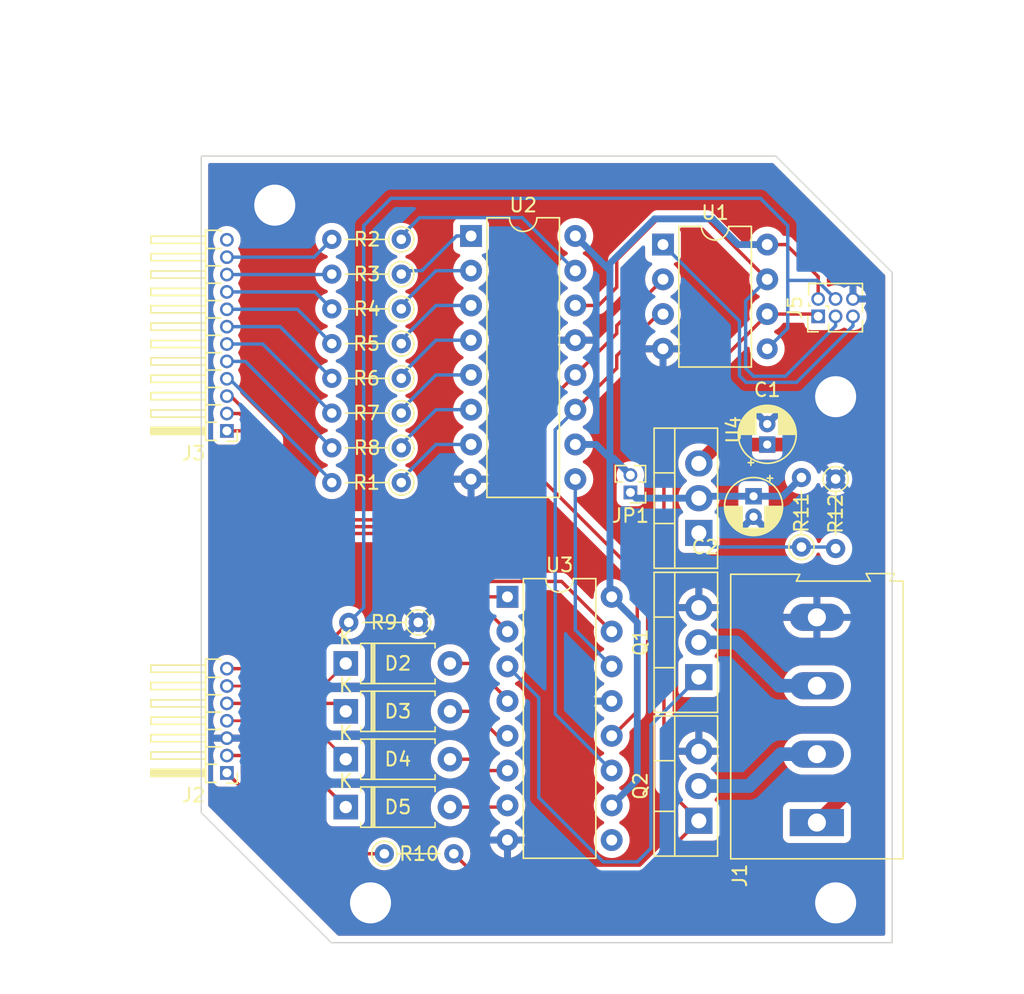
<source format=kicad_pcb>
(kicad_pcb (version 20211014) (generator pcbnew)
  (title_block (title "LightBox") (date "2022-09-30") (rev "0.1") (company "Viniltejo"))
  (layers (0 "F.Cu" signal) (31 "B.Cu" signal) (34 "B.Paste" user) (35 "F.Paste" user) (36 "B.SilkS" user "B.Silkscreen") (37 "F.SilkS" user "F.Silkscreen") (38 "B.Mask" user) (39 "F.Mask" user) (44 "Edge.Cuts" user))
  (net 0 "")
  (net 1 "Net-(U3-Pad4)")
  (net 2 "GND")
  (net 3 "Net-(R1-Pad1)")
  (net 4 "/Data")
  (net 5 "/Clk")
  (net 6 "/Rclk")
  (net 7 "+3V3")
  (net 8 "+12V")
  (net 9 "/E")
  (net 10 "/D")
  (net 11 "/Digit1")
  (net 12 "/C")
  (net 13 "/H")
  (net 14 "/B")
  (net 15 "/A")
  (net 16 "/F")
  (net 17 "/G")
  (net 18 "/Digit3")
  (net 19 "/QH'")
  (net 20 "/Digit2")
  (net 21 "/SW_Push_-")
  (net 22 "/SW_Push_RESET")
  (net 23 "/SW_Push_+")
  (net 24 "/SW_Push_START")
  (net 25 "Net-(R3-Pad1)")
  (net 26 "Net-(R4-Pad1)")
  (net 27 "Net-(R5-Pad1)")
  (net 28 "Net-(R6-Pad1)")
  (net 29 "Net-(R7-Pad1)")
  (net 30 "Net-(R8-Pad1)")
  (net 31 "/UVLeds")
  (net 32 "Net-(R2-Pad1)")
  (net 33 "Net-(C2-Pad1)")
  (net 34 "/Led")
  (net 35 "Net-(D3-Pad2)")
  (net 36 "Net-(D4-Pad2)")
  (net 37 "Net-(D5-Pad2)")
  (net 38 "Net-(R11-Pad1)")
  (net 39 "/UV_Led_Array")
  (net 41 "/RED_Led_Array")
  (net 42 "/ISP_RST")
  (net 43 "/Keypad")
  (net 44 "/REDLeds")
  (footprint "TerminalBlock:TerminalBlock_Altech_AK300-4_P5.00mm" (layer "F.Cu") (at 168.13 122.13 90)
    (fp_text reference "J1" (at -3.87 -5.63 90) (layer "F.SilkS"))
    (fp_text value "Screw_Terminal_01x04")
    (pad "1" thru_hole rect (at 0 0 90) (size 1.98 3.96) (drill 1.32) (layers *.Cu *.Mask) (net 8 "+12V"))
    (pad "2" thru_hole oval (at 5 0 90) (size 1.98 3.96) (drill 1.32) (layers *.Cu *.Mask) (net 39 "/UV_Led_Array"))
    (pad "3" thru_hole oval (at 10 0 90) (size 1.98 3.96) (drill 1.32) (layers *.Cu *.Mask) (net 41 "/RED_Led_Array"))
    (pad "4" thru_hole oval (at 15 0 90) (size 1.98 3.96) (drill 1.32) (layers *.Cu *.Mask) (net 2 "GND"))
  )
  (footprint "Package_TO_SOT_THT:TO-220-3_Vertical" (layer "F.Cu") (at 159.5 122 90)
    (fp_text reference "Q2" (at 2.54 -4.27 90) (layer "F.SilkS"))
    (fp_text value "IRF740")
    (pad "1" thru_hole rect (at 0 0 90) (size 1.905 2) (drill 1.1) (layers *.Cu *.Mask) (net 31 "/UVLeds"))
    (pad "2" thru_hole oval (at 2.54 0 90) (size 1.905 2) (drill 1.1) (layers *.Cu *.Mask) (net 39 "/UV_Led_Array"))
    (pad "3" thru_hole oval (at 5.08 0 90) (size 1.905 2) (drill 1.1) (layers *.Cu *.Mask) (net 2 "GND"))
  )
  (footprint "Diode_THT:D_A-405_P7.62mm_Horizontal" (layer "F.Cu") (at 133.69 121)
    (fp_text reference "D5" (at 3.81 0) (layer "F.SilkS"))
    (fp_text value "D")
    (fp_text user "K" (at 0 -1.9) (layer "F.SilkS"))
    (pad "1" thru_hole rect (at 0 0) (size 1.8 1.8) (drill 0.9) (layers *.Cu *.Mask) (net 24 "/SW_Push_START"))
    (pad "2" thru_hole oval (at 7.62 0) (size 1.8 1.8) (drill 0.9) (layers *.Cu *.Mask) (net 37 "Net-(D5-Pad2)"))
  )
  (footprint "Resistor_THT:R_Axial_DIN0204_L3.6mm_D1.6mm_P5.08mm_Vertical" (layer "F.Cu") (at 137.75 79.5 180)
    (fp_text reference "R2" (at 2.5 0) (layer "F.SilkS"))
    (fp_text value "470R" hide)
    (pad "1" thru_hole circle (at 0 0 180) (size 1.4 1.4) (drill 0.7) (layers *.Cu *.Mask) (net 32 "Net-(R2-Pad1)"))
    (pad "2" thru_hole oval (at 5.08 0 180) (size 1.4 1.4) (drill 0.7) (layers *.Cu *.Mask) (net 15 "/A"))
  )
  (footprint "Resistor_THT:R_Axial_DIN0204_L3.6mm_D1.6mm_P5.08mm_Vertical" (layer "F.Cu") (at 138.99 107.5 180)
    (fp_text reference "R9" (at 2.5 0) (layer "F.SilkS"))
    (fp_text value "1K")
    (pad "1" thru_hole circle (at 0 0 180) (size 1.4 1.4) (drill 0.7) (layers *.Cu *.Mask) (net 2 "GND"))
    (pad "2" thru_hole oval (at 5.08 0 180) (size 1.4 1.4) (drill 0.7) (layers *.Cu *.Mask) (net 43 "/Keypad"))
  )
  (footprint "Resistor_THT:R_Axial_DIN0204_L3.6mm_D1.6mm_P5.08mm_Vertical" (layer "F.Cu") (at 136.51 124.41)
    (fp_text reference "R10" (at 2.54 0) (layer "F.SilkS"))
    (fp_text value "470R" hide)
    (pad "1" thru_hole circle (at 0 0) (size 1.4 1.4) (drill 0.7) (layers *.Cu *.Mask) (net 34 "/Led"))
    (pad "2" thru_hole oval (at 5.08 0) (size 1.4 1.4) (drill 0.7) (layers *.Cu *.Mask) (net 31 "/UVLeds"))
  )
  (footprint "Diode_THT:D_A-405_P7.62mm_Horizontal" (layer "F.Cu") (at 133.69 114)
    (fp_text reference "D3" (at 3.81 0) (layer "F.SilkS"))
    (fp_text value "D")
    (fp_text user "K" (at 0 -1.9) (layer "F.SilkS"))
    (pad "1" thru_hole rect (at 0 0) (size 1.8 1.8) (drill 0.9) (layers *.Cu *.Mask) (net 22 "/SW_Push_RESET"))
    (pad "2" thru_hole oval (at 7.62 0) (size 1.8 1.8) (drill 0.9) (layers *.Cu *.Mask) (net 35 "Net-(D3-Pad2)"))
  )
  (footprint "Diode_THT:D_A-405_P7.62mm_Horizontal" (layer "F.Cu") (at 133.69 117.5)
    (fp_text reference "D4" (at 3.81 0) (layer "F.SilkS"))
    (fp_text value "D")
    (fp_text user "K" (at 0 -1.9) (layer "F.SilkS"))
    (pad "1" thru_hole rect (at 0 0) (size 1.8 1.8) (drill 0.9) (layers *.Cu *.Mask) (net 23 "/SW_Push_+"))
    (pad "2" thru_hole oval (at 7.62 0) (size 1.8 1.8) (drill 0.9) (layers *.Cu *.Mask) (net 36 "Net-(D4-Pad2)"))
  )
  (footprint "Package_DIP:DIP-16_W7.62mm" (layer "F.Cu") (at 142.85 79.25)
    (fp_text reference "U2" (at 3.81 -2.25) (layer "F.SilkS"))
    (fp_text value "74AHCT595")
    (pad "1" thru_hole rect (at 0 0) (size 1.6 1.6) (drill 0.8) (layers *.Cu *.Mask) (net 25 "Net-(R3-Pad1)"))
    (pad "2" thru_hole oval (at 0 2.54) (size 1.6 1.6) (drill 0.8) (layers *.Cu *.Mask) (net 26 "Net-(R4-Pad1)"))
    (pad "3" thru_hole oval (at 0 5.08) (size 1.6 1.6) (drill 0.8) (layers *.Cu *.Mask) (net 27 "Net-(R5-Pad1)"))
    (pad "4" thru_hole oval (at 0 7.62) (size 1.6 1.6) (drill 0.8) (layers *.Cu *.Mask) (net 28 "Net-(R6-Pad1)"))
    (pad "5" thru_hole oval (at 0 10.16) (size 1.6 1.6) (drill 0.8) (layers *.Cu *.Mask) (net 29 "Net-(R7-Pad1)"))
    (pad "6" thru_hole oval (at 0 12.7) (size 1.6 1.6) (drill 0.8) (layers *.Cu *.Mask) (net 30 "Net-(R8-Pad1)"))
    (pad "7" thru_hole oval (at 0 15.24) (size 1.6 1.6) (drill 0.8) (layers *.Cu *.Mask) (net 3 "Net-(R1-Pad1)"))
    (pad "8" thru_hole oval (at 0 17.78) (size 1.6 1.6) (drill 0.8) (layers *.Cu *.Mask) (net 2 "GND"))
    (pad "9" thru_hole oval (at 7.62 17.78) (size 1.6 1.6) (drill 0.8) (layers *.Cu *.Mask) (net 19 "/QH'"))
    (pad "10" thru_hole oval (at 7.62 15.24) (size 1.6 1.6) (drill 0.8) (layers *.Cu *.Mask) (net 7 "+3V3"))
    (pad "11" thru_hole oval (at 7.62 12.7) (size 1.6 1.6) (drill 0.8) (layers *.Cu *.Mask) (net 5 "/Clk"))
    (pad "12" thru_hole oval (at 7.62 10.16) (size 1.6 1.6) (drill 0.8) (layers *.Cu *.Mask) (net 6 "/Rclk"))
    (pad "13" thru_hole oval (at 7.62 7.62) (size 1.6 1.6) (drill 0.8) (layers *.Cu *.Mask) (net 2 "GND"))
    (pad "14" thru_hole oval (at 7.62 5.08) (size 1.6 1.6) (drill 0.8) (layers *.Cu *.Mask) (net 4 "/Data"))
    (pad "15" thru_hole oval (at 7.62 2.54) (size 1.6 1.6) (drill 0.8) (layers *.Cu *.Mask) (net 32 "Net-(R2-Pad1)"))
    (pad "16" thru_hole oval (at 7.62 0) (size 1.6 1.6) (drill 0.8) (layers *.Cu *.Mask) (net 7 "+3V3"))
  )
  (footprint "Package_TO_SOT_THT:TO-220-3_Vertical" (layer "F.Cu") (at 159.5 111.5 90)
    (fp_text reference "Q1" (at 2.54 -4.27 90) (layer "F.SilkS"))
    (fp_text value "IRF740")
    (pad "1" thru_hole rect (at 0 0 90) (size 1.905 2) (drill 1.1) (layers *.Cu *.Mask) (net 44 "/REDLeds"))
    (pad "2" thru_hole oval (at 2.54 0 90) (size 1.905 2) (drill 1.1) (layers *.Cu *.Mask) (net 41 "/RED_Led_Array"))
    (pad "3" thru_hole oval (at 5.08 0 90) (size 1.905 2) (drill 1.1) (layers *.Cu *.Mask) (net 2 "GND"))
  )
  (footprint "Resistor_THT:R_Axial_DIN0204_L3.6mm_D1.6mm_P5.08mm_Vertical" (layer "F.Cu") (at 167 101.99 90)
    (fp_text reference "R11" (at 2.5 0 90) (layer "F.SilkS"))
    (fp_text value "1K" hide)
    (pad "1" thru_hole circle (at 0 0 90) (size 1.4 1.4) (drill 0.7) (layers *.Cu *.Mask) (net 38 "Net-(R11-Pad1)"))
    (pad "2" thru_hole oval (at 5.08 0 90) (size 1.4 1.4) (drill 0.7) (layers *.Cu *.Mask) (net 33 "Net-(C2-Pad1)"))
  )
  (footprint "Diode_THT:D_A-405_P7.62mm_Horizontal" (layer "F.Cu") (at 133.69 110.5)
    (fp_text reference "D2" (at 3.81 0) (layer "F.SilkS"))
    (fp_text value "D")
    (fp_text user "K" (at 0 -1.9) (layer "F.SilkS"))
    (pad "1" thru_hole rect (at 0 0) (size 1.8 1.8) (drill 0.9) (layers *.Cu *.Mask) (net 21 "/SW_Push_-"))
    (pad "2" thru_hole oval (at 7.62 0) (size 1.8 1.8) (drill 0.9) (layers *.Cu *.Mask) (net 1 "Net-(U3-Pad4)"))
  )
  (footprint "Resistor_THT:R_Axial_DIN0204_L3.6mm_D1.6mm_P5.08mm_Vertical" (layer "F.Cu") (at 137.75 94.74 180)
    (fp_text reference "R8" (at 2.5 0) (layer "F.SilkS"))
    (fp_text value "470R" hide)
    (pad "1" thru_hole circle (at 0 0 180) (size 1.4 1.4) (drill 0.7) (layers *.Cu *.Mask) (net 30 "Net-(R8-Pad1)"))
    (pad "2" thru_hole oval (at 5.08 0 180) (size 1.4 1.4) (drill 0.7) (layers *.Cu *.Mask) (net 17 "/G"))
  )
  (footprint "Capacitor_THT:CP_Radial_D4.0mm_P1.50mm" (layer "F.Cu") (at 164.5 94.5 90)
    (fp_text reference "C1" (at 4 0) (layer "F.SilkS"))
    (fp_text value "0.1µF" hide)
    (pad "1" thru_hole rect (at 0 0 90) (size 1.2 1.2) (drill 0.6) (layers *.Cu *.Mask) (net 8 "+12V"))
    (pad "2" thru_hole circle (at 1.5 0 90) (size 1.2 1.2) (drill 0.6) (layers *.Cu *.Mask) (net 2 "GND"))
  )
  (footprint "Resistor_THT:R_Axial_DIN0204_L3.6mm_D1.6mm_P5.08mm_Vertical" (layer "F.Cu") (at 137.75 89.66 180)
    (fp_text reference "R6" (at 2.54 0) (layer "F.SilkS"))
    (fp_text value "470R" hide)
    (pad "1" thru_hole circle (at 0 0 180) (size 1.4 1.4) (drill 0.7) (layers *.Cu *.Mask) (net 28 "Net-(R6-Pad1)"))
    (pad "2" thru_hole oval (at 5.08 0 180) (size 1.4 1.4) (drill 0.7) (layers *.Cu *.Mask) (net 9 "/E"))
  )
  (footprint "Package_DIP:DIP-16_W7.62mm" (layer "F.Cu") (at 145.51 105.63)
    (fp_text reference "U3" (at 3.81 -2.33) (layer "F.SilkS"))
    (fp_text value "74HC595")
    (pad "1" thru_hole rect (at 0 0) (size 1.6 1.6) (drill 0.8) (layers *.Cu *.Mask) (net 20 "/Digit2"))
    (pad "2" thru_hole oval (at 0 2.54) (size 1.6 1.6) (drill 0.8) (layers *.Cu *.Mask) (net 18 "/Digit3"))
    (pad "3" thru_hole oval (at 0 5.08) (size 1.6 1.6) (drill 0.8) (layers *.Cu *.Mask) (net 44 "/REDLeds"))
    (pad "4" thru_hole oval (at 0 7.62) (size 1.6 1.6) (drill 0.8) (layers *.Cu *.Mask) (net 1 "Net-(U3-Pad4)"))
    (pad "5" thru_hole oval (at 0 10.16) (size 1.6 1.6) (drill 0.8) (layers *.Cu *.Mask) (net 35 "Net-(D3-Pad2)"))
    (pad "6" thru_hole oval (at 0 12.7) (size 1.6 1.6) (drill 0.8) (layers *.Cu *.Mask) (net 36 "Net-(D4-Pad2)"))
    (pad "7" thru_hole oval (at 0 15.24) (size 1.6 1.6) (drill 0.8) (layers *.Cu *.Mask) (net 37 "Net-(D5-Pad2)"))
    (pad "8" thru_hole oval (at 0 17.78) (size 1.6 1.6) (drill 0.8) (layers *.Cu *.Mask) (net 2 "GND"))
    (pad "9" thru_hole oval (at 7.62 17.78) (size 1.6 1.6) (drill 0.8) (layers *.Cu *.Mask))
    (pad "10" thru_hole oval (at 7.62 15.24) (size 1.6 1.6) (drill 0.8) (layers *.Cu *.Mask) (net 7 "+3V3"))
    (pad "11" thru_hole oval (at 7.62 12.7) (size 1.6 1.6) (drill 0.8) (layers *.Cu *.Mask) (net 5 "/Clk"))
    (pad "12" thru_hole oval (at 7.62 10.16) (size 1.6 1.6) (drill 0.8) (layers *.Cu *.Mask) (net 6 "/Rclk"))
    (pad "13" thru_hole oval (at 7.62 7.62) (size 1.6 1.6) (drill 0.8) (layers *.Cu *.Mask) (net 2 "GND"))
    (pad "14" thru_hole oval (at 7.62 5.08) (size 1.6 1.6) (drill 0.8) (layers *.Cu *.Mask) (net 19 "/QH'"))
    (pad "15" thru_hole oval (at 7.62 2.54) (size 1.6 1.6) (drill 0.8) (layers *.Cu *.Mask) (net 11 "/Digit1"))
    (pad "16" thru_hole oval (at 7.62 0) (size 1.6 1.6) (drill 0.8) (layers *.Cu *.Mask) (net 7 "+3V3"))
  )
  (footprint "Connector_PinHeader_1.27mm:PinHeader_1x07_P1.27mm_Horizontal" (layer "F.Cu") (at 125 118.5 180)
    (fp_text reference "J2" (at 2.4325 -1.635) (layer "F.SilkS"))
    (fp_text value "Conn_01x07_Female")
    (pad "1" thru_hole rect (at 0 0 180) (size 1 1) (drill 0.65) (layers *.Cu *.Mask) (net 34 "/Led"))
    (pad "2" thru_hole oval (at 0 1.27 180) (size 1 1) (drill 0.65) (layers *.Cu *.Mask) (net 24 "/SW_Push_START"))
    (pad "3" thru_hole oval (at 0 2.54 180) (size 1 1) (drill 0.65) (layers *.Cu *.Mask) (net 2 "GND"))
    (pad "4" thru_hole oval (at 0 3.81 180) (size 1 1) (drill 0.65) (layers *.Cu *.Mask) (net 23 "/SW_Push_+"))
    (pad "5" thru_hole oval (at 0 5.08 180) (size 1 1) (drill 0.65) (layers *.Cu *.Mask) (net 22 "/SW_Push_RESET"))
    (pad "6" thru_hole oval (at 0 6.35 180) (size 1 1) (drill 0.65) (layers *.Cu *.Mask) (net 21 "/SW_Push_-"))
    (pad "7" thru_hole oval (at 0 7.62 180) (size 1 1) (drill 0.65) (layers *.Cu *.Mask) (net 43 "/Keypad"))
  )
  (footprint "Package_TO_SOT_THT:TO-220-3_Vertical" (layer "F.Cu") (at 159.5 100.96 90)
    (fp_text reference "U4" (at 7.54 2.54 90) (layer "F.SilkS"))
    (fp_text value "LM317_TO-220" hide)
    (pad "1" thru_hole rect (at 0 0 90) (size 1.905 2) (drill 1.1) (layers *.Cu *.Mask) (net 38 "Net-(R11-Pad1)"))
    (pad "2" thru_hole oval (at 2.54 0 90) (size 1.905 2) (drill 1.1) (layers *.Cu *.Mask) (net 33 "Net-(C2-Pad1)"))
    (pad "3" thru_hole oval (at 5.08 0 90) (size 1.905 2) (drill 1.1) (layers *.Cu *.Mask) (net 8 "+12V"))
  )
  (footprint "Resistor_THT:R_Axial_DIN0204_L3.6mm_D1.6mm_P5.08mm_Vertical" (layer "F.Cu") (at 137.75 97.28 180)
    (fp_text reference "R1" (at 2.54 0) (layer "F.SilkS"))
    (fp_text value "470R" hide)
    (pad "1" thru_hole circle (at 0 0 180) (size 1.4 1.4) (drill 0.7) (layers *.Cu *.Mask) (net 3 "Net-(R1-Pad1)"))
    (pad "2" thru_hole oval (at 5.08 0 180) (size 1.4 1.4) (drill 0.7) (layers *.Cu *.Mask) (net 13 "/H"))
  )
  (footprint "Resistor_THT:R_Axial_DIN0204_L3.6mm_D1.6mm_P5.08mm_Vertical" (layer "F.Cu") (at 137.75 82.04 180)
    (fp_text reference "R3" (at 2.5 0) (layer "F.SilkS"))
    (fp_text value "470R" hide)
    (pad "1" thru_hole circle (at 0 0 180) (size 1.4 1.4) (drill 0.7) (layers *.Cu *.Mask) (net 25 "Net-(R3-Pad1)"))
    (pad "2" thru_hole oval (at 5.08 0 180) (size 1.4 1.4) (drill 0.7) (layers *.Cu *.Mask) (net 14 "/B"))
  )
  (footprint "Resistor_THT:R_Axial_DIN0204_L3.6mm_D1.6mm_P5.08mm_Vertical" (layer "F.Cu") (at 169.5 97.02 -90)
    (fp_text reference "R12" (at 2.54 0 90) (layer "F.SilkS"))
    (fp_text value "1.5K" hide)
    (pad "1" thru_hole circle (at 0 0 270) (size 1.4 1.4) (drill 0.7) (layers *.Cu *.Mask) (net 2 "GND"))
    (pad "2" thru_hole oval (at 5.08 0 270) (size 1.4 1.4) (drill 0.7) (layers *.Cu *.Mask) (net 38 "Net-(R11-Pad1)"))
  )
  (footprint "Capacitor_THT:CP_Radial_D4.0mm_P1.50mm" (layer "F.Cu") (at 163.5 98.277401 -90)
    (fp_text reference "C2" (at 3.722599 3.555) (layer "F.SilkS"))
    (fp_text value "10µF" hide)
    (pad "1" thru_hole rect (at 0 0 270) (size 1.2 1.2) (drill 0.6) (layers *.Cu *.Mask) (net 33 "Net-(C2-Pad1)"))
    (pad "2" thru_hole circle (at 1.5 0 270) (size 1.2 1.2) (drill 0.6) (layers *.Cu *.Mask) (net 2 "GND"))
  )
  (footprint "Resistor_THT:R_Axial_DIN0204_L3.6mm_D1.6mm_P5.08mm_Vertical" (layer "F.Cu") (at 137.75 84.58 180)
    (fp_text reference "R4" (at 2.5 0) (layer "F.SilkS"))
    (fp_text value "470R" hide)
    (pad "1" thru_hole circle (at 0 0 180) (size 1.4 1.4) (drill 0.7) (layers *.Cu *.Mask) (net 26 "Net-(R4-Pad1)"))
    (pad "2" thru_hole oval (at 5.08 0 180) (size 1.4 1.4) (drill 0.7) (layers *.Cu *.Mask) (net 12 "/C"))
  )
  (footprint "Resistor_THT:R_Axial_DIN0204_L3.6mm_D1.6mm_P5.08mm_Vertical" (layer "F.Cu") (at 137.75 87.12 180)
    (fp_text reference "R5" (at 2.54 0) (layer "F.SilkS"))
    (fp_text value "470R" hide)
    (pad "1" thru_hole circle (at 0 0 180) (size 1.4 1.4) (drill 0.7) (layers *.Cu *.Mask) (net 27 "Net-(R5-Pad1)"))
    (pad "2" thru_hole oval (at 5.08 0 180) (size 1.4 1.4) (drill 0.7) (layers *.Cu *.Mask) (net 10 "/D"))
  )
  (footprint "Resistor_THT:R_Axial_DIN0204_L3.6mm_D1.6mm_P5.08mm_Vertical" (layer "F.Cu") (at 137.75 92.2 180)
    (fp_text reference "R7" (at 2.54 0) (layer "F.SilkS"))
    (fp_text value "470R" hide)
    (pad "1" thru_hole circle (at 0 0 180) (size 1.4 1.4) (drill 0.7) (layers *.Cu *.Mask) (net 29 "Net-(R7-Pad1)"))
    (pad "2" thru_hole oval (at 5.08 0 180) (size 1.4 1.4) (drill 0.7) (layers *.Cu *.Mask) (net 16 "/F"))
  )
  (footprint "Connector_PinHeader_1.27mm:PinHeader_2x03_P1.27mm_Vertical" (layer "F.Cu") (at 168.225 85.125 90)
    (fp_text reference "J5" (at 0.635 -1.695 90) (layer "F.SilkS"))
    (fp_text value "Conn_02x03_Odd_Even")
    (pad "1" thru_hole rect (at 0 0 90) (size 1 1) (drill 0.65) (layers *.Cu *.Mask) (net 31 "/UVLeds"))
    (pad "2" thru_hole oval (at 1.27 0 90) (size 1 1) (drill 0.65) (layers *.Cu *.Mask) (net 7 "+3V3"))
    (pad "3" thru_hole oval (at 0 1.27 90) (size 1 1) (drill 0.65) (layers *.Cu *.Mask) (net 4 "/Data"))
    (pad "4" thru_hole oval (at 1.27 1.27 90) (size 1 1) (drill 0.65) (layers *.Cu *.Mask) (net 43 "/Keypad"))
    (pad "5" thru_hole oval (at 0 2.54 90) (size 1 1) (drill 0.65) (layers *.Cu *.Mask) (net 42 "/ISP_RST"))
    (pad "6" thru_hole oval (at 1.27 2.54 90) (size 1 1) (drill 0.65) (layers *.Cu *.Mask) (net 2 "GND"))
  )
  (footprint "Connector_PinHeader_1.27mm:PinHeader_1x02_P1.27mm_Vertical" (layer "F.Cu") (at 154.5 98 180)
    (fp_text reference "JP1" (at 0 -1.695) (layer "F.SilkS"))
    (fp_text value "Jumper_2_Bridged")
    (pad "1" thru_hole rect (at 0 0 180) (size 1 1) (drill 0.65) (layers *.Cu *.Mask) (net 33 "Net-(C2-Pad1)"))
    (pad "2" thru_hole oval (at 0 1.27 180) (size 1 1) (drill 0.65) (layers *.Cu *.Mask) (net 7 "+3V3"))
  )
  (footprint "Package_DIP:DIP-8_W7.62mm" (layer "F.Cu") (at 156.88 79.88)
    (fp_text reference "U1" (at 3.81 -2.33) (layer "F.SilkS"))
    (fp_text value "ATtiny85-20P")
    (pad "1" thru_hole rect (at 0 0) (size 1.6 1.6) (drill 0.8) (layers *.Cu *.Mask) (net 42 "/ISP_RST"))
    (pad "2" thru_hole oval (at 0 2.54) (size 1.6 1.6) (drill 0.8) (layers *.Cu *.Mask) (net 6 "/Rclk"))
    (pad "3" thru_hole oval (at 0 5.08) (size 1.6 1.6) (drill 0.8) (layers *.Cu *.Mask) (net 5 "/Clk"))
    (pad "4" thru_hole oval (at 0 7.62) (size 1.6 1.6) (drill 0.8) (layers *.Cu *.Mask) (net 2 "GND"))
    (pad "5" thru_hole circle (at 7.62 7.62) (size 1.524 1.524) (drill 0.762) (layers *.Cu *.Mask) (net 43 "/Keypad"))
    (pad "6" thru_hole oval (at 7.62 5.08) (size 1.6 1.6) (drill 0.8) (layers *.Cu *.Mask) (net 31 "/UVLeds"))
    (pad "7" thru_hole oval (at 7.62 2.54) (size 1.6 1.6) (drill 0.8) (layers *.Cu *.Mask) (net 4 "/Data"))
    (pad "8" thru_hole oval (at 7.62 0) (size 1.6 1.6) (drill 0.8) (layers *.Cu *.Mask) (net 7 "+3V3"))
  )
  (footprint "Connector_PinHeader_1.27mm:PinHeader_1x12_P1.27mm_Horizontal" (layer "F.Cu") (at 125 93.5 180)
    (fp_text reference "J3" (at 2.4325 -1.635 180) (layer "F.SilkS"))
    (fp_text value "Conn_01x11_Female")
    (pad "1" thru_hole rect (at 0 0 180) (size 1 1) (drill 0.65) (layers *.Cu *.Mask) (net 18 "/Digit3"))
    (pad "2" thru_hole oval (at 0 1.27 180) (size 1 1) (drill 0.65) (layers *.Cu *.Mask) (net 20 "/Digit2"))
    (pad "3" thru_hole oval (at 0 2.54 180) (size 1 1) (drill 0.65) (layers *.Cu *.Mask) (net 11 "/Digit1"))
    (pad "4" thru_hole oval (at 0 3.81 180) (size 1 1) (drill 0.65) (layers *.Cu *.Mask) (net 13 "/H"))
    (pad "5" thru_hole oval (at 0 5.08 180) (size 1 1) (drill 0.65) (layers *.Cu *.Mask) (net 17 "/G"))
    (pad "6" thru_hole oval (at 0 6.35 180) (size 1 1) (drill 0.65) (layers *.Cu *.Mask) (net 16 "/F"))
    (pad "7" thru_hole oval (at 0 7.62 180) (size 1 1) (drill 0.65) (layers *.Cu *.Mask) (net 9 "/E"))
    (pad "8" thru_hole oval (at 0 8.89 180) (size 1 1) (drill 0.65) (layers *.Cu *.Mask) (net 10 "/D"))
    (pad "9" thru_hole oval (at 0 10.16 180) (size 1 1) (drill 0.65) (layers *.Cu *.Mask) (net 12 "/C"))
    (pad "10" thru_hole oval (at 0 11.43 180) (size 1 1) (drill 0.65) (layers *.Cu *.Mask) (net 14 "/B"))
    (pad "11" thru_hole oval (at 0 12.7 180) (size 1 1) (drill 0.65) (layers *.Cu *.Mask) (net 15 "/A"))
    (pad "12" thru_hole oval (at 0 13.97 180) (size 1 1) (drill 0.65) (layers *.Cu *.Mask))
  )
  (gr_line (start 123.13 121.41) (end 123.13 73.41) (layer "Edge.Cuts") (width 0.1))
  (gr_line (start 132.63 130.91) (end 123.13 121.41) (layer "Edge.Cuts") (width 0.1))
  (gr_line (start 123.13 73.41) (end 165.13 73.41) (layer "Edge.Cuts") (width 0.1))
  (gr_line (start 173.63 81.91) (end 173.63 130.91) (layer "Edge.Cuts") (width 0.1))
  (gr_line (start 173.63 130.91) (end 132.63 130.91) (layer "Edge.Cuts") (width 0.1))
  (gr_line (start 165.13 73.41) (end 173.63 81.91) (layer "Edge.Cuts") (width 0.1))
  (segment (start 141.31 110.5) (end 142.88 110.5) (width 0.25) (layer "F.Cu") (net 1))
  (segment (start 142.88 110.5) (end 145.51 113.13) (width 0.25) (layer "F.Cu") (net 1))
  (segment (start 145.51 113.13) (end 145.51 113.25) (width 0.25) (layer "F.Cu") (net 1))
  (via (at 135.5 128) (size 4) (drill 3) (layers "F.Cu" "B.Cu") (net 2))
  (via (at 169.5 128) (size 4) (drill 3) (layers "F.Cu" "B.Cu") (net 2))
  (via (at 128.5 77) (size 4) (drill 3) (layers "F.Cu" "B.Cu") (net 2))
  (via (at 169.5 91) (size 4) (drill 3) (layers "F.Cu" "B.Cu") (net 2))
  (segment (start 137.75 97.03) (end 140.29 94.49) (width 0.25) (layer "B.Cu") (net 3))
  (segment (start 140.29 94.49) (end 142.85 94.49) (width 0.25) (layer "B.Cu") (net 3))
  (segment (start 153.5 83) (end 153.5 81.010978) (width 0.25) (layer "F.Cu") (net 4))
  (segment (start 153.5 81.010978) (end 156.510978 78) (width 0.25) (layer "F.Cu") (net 4))
  (segment (start 160.08 78) (end 164.5 82.42) (width 0.25) (layer "F.Cu") (net 4))
  (segment (start 152.17 84.33) (end 153.5 83) (width 0.25) (layer "F.Cu") (net 4))
  (segment (start 150.47 84.33) (end 152.17 84.33) (width 0.25) (layer "F.Cu") (net 4))
  (segment (start 156.510978 78) (end 160.08 78) (width 0.25) (layer "F.Cu") (net 4))
  (segment (start 162.92 88.92) (end 163 89) (width 0.25) (layer "B.Cu") (net 4))
  (segment (start 163.5 89.5) (end 163 89) (width 0.25) (layer "B.Cu") (net 4))
  (segment (start 162.92 84) (end 162.92 88.92) (width 0.25) (layer "B.Cu") (net 4))
  (segment (start 162.92 84) (end 164.5 82.42) (width 0.25) (layer "B.Cu") (net 4))
  (segment (start 169.495 85.832106) (end 165.827106 89.5) (width 0.25) (layer "B.Cu") (net 4))
  (segment (start 169.495 85.125) (end 169.495 85.832106) (width 0.25) (layer "B.Cu") (net 4))
  (segment (start 165.827106 89.5) (end 163.5 89.5) (width 0.25) (layer "B.Cu") (net 4))
  (segment (start 153.5 88) (end 156.54 84.96) (width 0.25) (layer "F.Cu") (net 5))
  (segment (start 156.54 84.96) (end 156.88 84.96) (width 0.25) (layer "F.Cu") (net 5))
  (segment (start 153.5 88.92) (end 153.5 88) (width 0.25) (layer "F.Cu") (net 5))
  (segment (start 150.47 91.95) (end 153.5 88.92) (width 0.25) (layer "F.Cu") (net 5))
  (segment (start 149 114.2) (end 153.13 118.33) (width 0.25) (layer "B.Cu") (net 5))
  (segment (start 149 93.42) (end 149 114.2) (width 0.25) (layer "B.Cu") (net 5))
  (segment (start 150.47 91.95) (end 149 93.42) (width 0.25) (layer "B.Cu") (net 5))
  (segment (start 156.88 82.42) (end 153.5 85.8) (width 0.25) (layer "F.Cu") (net 6))
  (segment (start 153.13 115.79) (end 153.21 115.79) (width 0.25) (layer "F.Cu") (net 6))
  (segment (start 153.5 86.38) (end 150.47 89.41) (width 0.25) (layer "F.Cu") (net 6))
  (segment (start 153.5 85.8) (end 153.5 86.38) (width 0.25) (layer "F.Cu") (net 6))
  (segment (start 155 104) (end 148 97) (width 0.25) (layer "F.Cu") (net 6))
  (segment (start 148 97) (end 148 91.88) (width 0.25) (layer "F.Cu") (net 6))
  (segment (start 155 114) (end 155 104) (width 0.25) (layer "F.Cu") (net 6))
  (segment (start 153.21 115.79) (end 155 114) (width 0.25) (layer "F.Cu") (net 6))
  (segment (start 148 91.88) (end 150.47 89.41) (width 0.25) (layer "F.Cu") (net 6))
  (segment (start 165.88 79.88) (end 164.5 79.88) (width 0.25) (layer "F.Cu") (net 7))
  (segment (start 168.225 82.225) (end 165.88 79.88) (width 0.25) (layer "F.Cu") (net 7))
  (segment (start 168.225 83.855) (end 168.225 82.225) (width 0.25) (layer "F.Cu") (net 7))
  (segment (start 153.27 95.5) (end 154.5 96.73) (width 0.5) (layer "B.Cu") (net 7))
  (segment (start 153 105.5) (end 153.13 105.63) (width 0.5) (layer "B.Cu") (net 7))
  (segment (start 155 107.5) (end 155 119) (width 0.5) (layer "B.Cu") (net 7))
  (segment (start 160.5 78) (end 162.38 79.88) (width 0.5) (layer "B.Cu") (net 7))
  (segment (start 153 81.78) (end 153 94) (width 0.5) (layer "B.Cu") (net 7))
  (segment (start 155 119) (end 153.13 120.87) (width 0.5) (layer "B.Cu") (net 7))
  (segment (start 153 94) (end 153 95.5) (width 0.5) (layer "B.Cu") (net 7))
  (segment (start 153.13 105.63) (end 155 107.5) (width 0.5) (layer "B.Cu") (net 7))
  (segment (start 150.47 79.25) (end 153 81.78) (width 0.5) (layer "B.Cu") (net 7))
  (segment (start 153 95.5) (end 151.99 94.49) (width 0.5) (layer "B.Cu") (net 7))
  (segment (start 153 95.5) (end 153.27 95.5) (width 0.5) (layer "B.Cu") (net 7))
  (segment (start 162.38 79.88) (end 164.5 79.88) (width 0.5) (layer "B.Cu") (net 7))
  (segment (start 153 81.260978) (end 156.260978 78) (width 0.5) (layer "B.Cu") (net 7))
  (segment (start 153 81.78) (end 153 81.260978) (width 0.5) (layer "B.Cu") (net 7))
  (segment (start 153 95.5) (end 153 105.5) (width 0.5) (layer "B.Cu") (net 7))
  (segment (start 156.260978 78) (end 160.5 78) (width 0.5) (layer "B.Cu") (net 7))
  (segment (start 151.99 94.49) (end 150.47 94.49) (width 0.5) (layer "B.Cu") (net 7))
  (segment (start 160.88 94.5) (end 159.5 95.88) (width 1) (layer "F.Cu") (net 8))
  (segment (start 171.5 96.5) (end 169.5 94.5) (width 1) (layer "F.Cu") (net 8))
  (segment (start 164.5 94.5) (end 160.88 94.5) (width 1) (layer "F.Cu") (net 8))
  (segment (start 164.5 94.5) (end 169.5 94.5) (width 1) (layer "F.Cu") (net 8))
  (segment (start 171.5 118.76) (end 171.5 96.5) (width 1) (layer "F.Cu") (net 8))
  (segment (start 168.13 122.13) (end 171.5 118.76) (width 1) (layer "F.Cu") (net 8))
  (segment (start 128.89 85.88) (end 132.67 89.66) (width 0.25) (layer "B.Cu") (net 9))
  (segment (start 125 85.88) (end 128.89 85.88) (width 0.25) (layer "B.Cu") (net 9))
  (segment (start 130.16 84.61) (end 132.67 87.12) (width 0.25) (layer "B.Cu") (net 10))
  (segment (start 125 84.61) (end 130.16 84.61) (width 0.25) (layer "B.Cu") (net 10))
  (segment (start 128.47856 94.14356) (end 128.47856 96.47856) (width 0.25) (layer "F.Cu") (net 11))
  (segment (start 132 100) (end 138.627152 100) (width 0.25) (layer "F.Cu") (net 11))
  (segment (start 128.47856 94.14356) (end 125.294999 90.96) (width 0.25) (layer "F.Cu") (net 11))
  (segment (start 149.465489 104.505489) (end 153.13 108.17) (width 0.25) (layer "F.Cu") (net 11))
  (segment (start 143.132641 104.505489) (end 149.465489 104.505489) (width 0.25) (layer "F.Cu") (net 11))
  (segment (start 128.47856 96.47856) (end 132 100) (width 0.25) (layer "F.Cu") (net 11))
  (segment (start 125.294999 90.96) (end 125 90.96) (width 0.25) (layer "F.Cu") (net 11))
  (segment (start 138.627152 100) (end 143.132641 104.505489) (width 0.25) (layer "F.Cu") (net 11))
  (segment (start 125 83.34) (end 131.43 83.34) (width 0.25) (layer "B.Cu") (net 12))
  (segment (start 131.43 83.34) (end 132.67 84.58) (width 0.25) (layer "B.Cu") (net 12))
  (segment (start 125 89.69) (end 125.19 89.69) (width 0.25) (layer "B.Cu") (net 13))
  (segment (start 125.19 89.69) (end 132.67 97.17) (width 0.25) (layer "B.Cu") (net 13))
  (segment (start 132.67 97.17) (end 132.67 97.28) (width 0.25) (layer "B.Cu") (net 13))
  (segment (start 125 82.07) (end 132.64 82.07) (width 0.25) (layer "B.Cu") (net 14))
  (segment (start 132.64 82.07) (end 132.67 82.04) (width 0.25) (layer "B.Cu") (net 14))
  (segment (start 131.37 80.8) (end 132.67 79.5) (width 0.25) (layer "B.Cu") (net 15))
  (segment (start 125 80.8) (end 131.37 80.8) (width 0.25) (layer "B.Cu") (net 15))
  (segment (start 125 87.15) (end 127.62 87.15) (width 0.25) (layer "B.Cu") (net 16))
  (segment (start 127.62 87.15) (end 132.67 92.2) (width 0.25) (layer "B.Cu") (net 16))
  (segment (start 126.35 88.42) (end 132.67 94.74) (width 0.25) (layer "B.Cu") (net 17))
  (segment (start 125 88.42) (end 126.35 88.42) (width 0.25) (layer "B.Cu") (net 17))
  (segment (start 138.355717 101) (end 131.728565 101) (width 0.25) (layer "F.Cu") (net 18))
  (segment (start 145.51 108.17) (end 145.51 108.154283) (width 0.25) (layer "F.Cu") (net 18))
  (segment (start 131.728565 101) (end 127.57952 96.850955) (width 0.25) (layer "F.Cu") (net 18))
  (segment (start 127.57952 94.515956) (end 126.563564 93.5) (width 0.25) (layer "F.Cu") (net 18))
  (segment (start 126.563564 93.5) (end 125 93.5) (width 0.25) (layer "F.Cu") (net 18))
  (segment (start 127.57952 96.850955) (end 127.57952 94.515956) (width 0.25) (layer "F.Cu") (net 18))
  (segment (start 145.51 108.154283) (end 138.355717 101) (width 0.25) (layer "F.Cu") (net 18))
  (segment (start 150.47 97.03) (end 150.47 108.05) (width 0.25) (layer "B.Cu") (net 19))
  (segment (start 150.47 108.05) (end 153.13 110.71) (width 0.25) (layer "B.Cu") (net 19))
  (segment (start 128.02904 94.329758) (end 125.929282 92.23) (width 0.25) (layer "F.Cu") (net 20))
  (segment (start 143.621435 105.63) (end 138.491435 100.5) (width 0.25) (layer "F.Cu") (net 20))
  (segment (start 128.02904 96.664757) (end 128.02904 94.329758) (width 0.25) (layer "F.Cu") (net 20))
  (segment (start 125.929282 92.23) (end 125 92.23) (width 0.25) (layer "F.Cu") (net 20))
  (segment (start 145.51 105.63) (end 143.621435 105.63) (width 0.25) (layer "F.Cu") (net 20))
  (segment (start 138.491435 100.5) (end 131.864283 100.5) (width 0.25) (layer "F.Cu") (net 20))
  (segment (start 131.864283 100.5) (end 128.02904 96.664757) (width 0.25) (layer "F.Cu") (net 20))
  (segment (start 132.04 112.15) (end 133.69 110.5) (width 0.2) (layer "F.Cu") (net 21))
  (segment (start 125 112.15) (end 132.04 112.15) (width 0.2) (layer "F.Cu") (net 21))
  (segment (start 133.11 113.42) (end 133.69 114) (width 0.25) (layer "F.Cu") (net 22))
  (segment (start 125 113.42) (end 133.11 113.42) (width 0.25) (layer "F.Cu") (net 22))
  (segment (start 125 114.69) (end 130.88 114.69) (width 0.2) (layer "F.Cu") (net 23))
  (segment (start 130.88 114.69) (end 133.69 117.5) (width 0.2) (layer "F.Cu") (net 23))
  (segment (start 129.92 117.23) (end 133.69 121) (width 0.25) (layer "F.Cu") (net 24))
  (segment (start 125 117.23) (end 129.92 117.23) (width 0.25) (layer "F.Cu") (net 24))
  (segment (start 141.79 79.25) (end 142.85 79.25) (width 0.25) (layer "B.Cu") (net 25))
  (segment (start 139.25 81.79) (end 141.79 79.25) (width 0.25) (layer "B.Cu") (net 25))
  (segment (start 137.75 81.79) (end 139.25 81.79) (width 0.25) (layer "B.Cu") (net 25))
  (segment (start 137.75 84.33) (end 140.29 81.79) (width 0.25) (layer "B.Cu") (net 26))
  (segment (start 140.29 81.79) (end 142.85 81.79) (width 0.25) (layer "B.Cu") (net 26))
  (segment (start 140.29 84.33) (end 142.85 84.33) (width 0.25) (layer "B.Cu") (net 27))
  (segment (start 137.75 86.87) (end 140.29 84.33) (width 0.25) (layer "B.Cu") (net 27))
  (segment (start 140.29 86.87) (end 142.85 86.87) (width 0.25) (layer "B.Cu") (net 28))
  (segment (start 137.75 89.41) (end 140.29 86.87) (width 0.25) (layer "B.Cu") (net 28))
  (segment (start 140.29 89.41) (end 142.85 89.41) (width 0.25) (layer "B.Cu") (net 29))
  (segment (start 137.75 91.95) (end 140.29 89.41) (width 0.25) (layer "B.Cu") (net 29))
  (segment (start 140.29 91.95) (end 142.85 91.95) (width 0.25) (layer "B.Cu") (net 30))
  (segment (start 137.75 94.49) (end 140.29 91.95) (width 0.25) (layer "B.Cu") (net 30))
  (segment (start 168.06 84.96) (end 168.225 85.125) (width 0.25) (layer "F.Cu") (net 31))
  (segment (start 156.94952 92.55048) (end 156.94952 119.44952) (width 0.25) (layer "F.Cu") (net 31))
  (segment (start 164.5 85) (end 156.94952 92.55048) (width 0.25) (layer "F.Cu") (net 31))
  (segment (start 164.5 84.96) (end 164.5 85) (width 0.25) (layer "F.Cu") (net 31))
  (segment (start 149.5 126) (end 155.5 126) (width 0.25) (layer "F.Cu") (net 31))
  (segment (start 141.59 124.41) (end 143.18 126) (width 0.25) (layer "F.Cu") (net 31))
  (segment (start 155.5 126) (end 159.5 122) (width 0.25) (layer "F.Cu") (net 31))
  (segment (start 156.94952 119.44952) (end 159.5 122) (width 0.25) (layer "F.Cu") (net 31))
  (segment (start 164.5 84.96) (end 168.06 84.96) (width 0.25) (layer "F.Cu") (net 31))
  (segment (start 143.18 126) (end 149.5 126) (width 0.25) (layer "F.Cu") (net 31))
  (segment (start 139.09 77.91) (end 146.59 77.91) (width 0.25) (layer "B.Cu") (net 32))
  (segment (start 137.75 79.25) (end 139.09 77.91) (width 0.25) (layer "B.Cu") (net 32))
  (segment (start 146.59 77.91) (end 150.47 81.79) (width 0.25) (layer "B.Cu") (net 32))
  (segment (start 159.5 98.42) (end 154.92 98.42) (width 0.5) (layer "B.Cu") (net 33))
  (segment (start 165.632599 98.277401) (end 167 96.91) (width 0.5) (layer "B.Cu") (net 33))
  (segment (start 159.642599 98.277401) (end 159.5 98.42) (width 0.5) (layer "B.Cu") (net 33))
  (segment (start 163.5 98.277401) (end 165.632599 98.277401) (width 0.5) (layer "B.Cu") (net 33))
  (segment (start 154.92 98.42) (end 154.5 98) (width 0.5) (layer "B.Cu") (net 33))
  (segment (start 163.5 98.277401) (end 159.642599 98.277401) (width 0.5) (layer "B.Cu") (net 33))
  (segment (start 125 118.5) (end 130.91 124.41) (width 0.25) (layer "F.Cu") (net 34))
  (segment (start 130.91 124.41) (end 136.51 124.41) (width 0.25) (layer "F.Cu") (net 34))
  (segment (start 141.31 114) (end 143 114) (width 0.25) (layer "F.Cu") (net 35))
  (segment (start 144.79 115.79) (end 145.51 115.79) (width 0.25) (layer "F.Cu") (net 35))
  (segment (start 143 114) (end 144.79 115.79) (width 0.25) (layer "F.Cu") (net 35))
  (segment (start 143 117.5) (end 143.83 118.33) (width 0.25) (layer "F.Cu") (net 36))
  (segment (start 141.31 117.5) (end 143 117.5) (width 0.25) (layer "F.Cu") (net 36))
  (segment (start 143.83 118.33) (end 145.51 118.33) (width 0.25) (layer "F.Cu") (net 36))
  (segment (start 145.38 121) (end 145.51 120.87) (width 0.25) (layer "F.Cu") (net 37))
  (segment (start 141.31 121) (end 145.38 121) (width 0.25) (layer "F.Cu") (net 37))
  (segment (start 167 101.99) (end 169.39 101.99) (width 0.25) (layer "B.Cu") (net 38))
  (segment (start 167 101.99) (end 160.53 101.99) (width 0.25) (layer "B.Cu") (net 38))
  (segment (start 169.39 101.99) (end 169.5 102.1) (width 0.25) (layer "B.Cu") (net 38))
  (segment (start 160.53 101.99) (end 159.5 100.96) (width 0.25) (layer "B.Cu") (net 38))
  (segment (start 168.13 117.13) (end 165.5 117.13) (width 1) (layer "B.Cu") (net 39))
  (segment (start 165.5 117.13) (end 163.17 119.46) (width 1) (layer "B.Cu") (net 39))
  (segment (start 163.17 119.46) (end 159.5 119.46) (width 1) (layer "B.Cu") (net 39))
  (segment (start 168.13 112.13) (end 165.39 112.13) (width 1) (layer "B.Cu") (net 41))
  (segment (start 165.39 112.13) (end 162.22 108.96) (width 1) (layer "B.Cu") (net 41))
  (segment (start 162.22 108.96) (end 159.5 108.96) (width 1) (layer "B.Cu") (net 41))
  (segment (start 162.47048 85.47048) (end 156.88 79.88) (width 0.25) (layer "B.Cu") (net 42))
  (segment (start 166.647586 89.94952) (end 162.94952 89.94952) (width 0.25) (layer "B.Cu") (net 42))
  (segment (start 170.765 85.125) (end 170.765 85.832106) (width 0.25) (layer "B.Cu") (net 42))
  (segment (start 162.94952 89.94952) (end 162.47048 89.47048) (width 0.25) (layer "B.Cu") (net 42))
  (segment (start 162.47048 89.47048) (end 162.47048 85.47048) (width 0.25) (layer "B.Cu") (net 42))
  (segment (start 170.765 85.832106) (end 166.647586 89.94952) (width 0.25) (layer "B.Cu") (net 42))
  (segment (start 125 110.88) (end 130.53 110.88) (width 0.25) (layer "F.Cu") (net 43))
  (segment (start 130.53 110.88) (end 133.91 107.5) (width 0.25) (layer "F.Cu") (net 43))
  (segment (start 133.91 107.5) (end 135 106.41) (width 0.25) (layer "B.Cu") (net 43))
  (segment (start 164 76.5) (end 166 78.5) (width 0.25) (layer "B.Cu") (net 43))
  (segment (start 166 78.5) (end 166 82.5) (width 0.25) (layer "B.Cu") (net 43))
  (segment (start 135 106.41) (end 135 78.5) (width 0.25) (layer "B.Cu") (net 43))
  (segment (start 166 82.5) (end 166 86) (width 0.25) (layer "B.Cu") (net 43))
  (segment (start 135 78.5) (end 137 76.5) (width 0.25) (layer "B.Cu") (net 43))
  (segment (start 137 76.5) (end 164 76.5) (width 0.25) (layer "B.Cu") (net 43))
  (segment (start 166 86) (end 164.5 87.5) (width 0.25) (layer "B.Cu") (net 43))
  (segment (start 168.14 82.5) (end 169.495 83.855) (width 0.25) (layer "B.Cu") (net 43))
  (segment (start 166 82.5) (end 168.14 82.5) (width 0.25) (layer "B.Cu") (net 43))
  (segment (start 152.5 125) (end 155 125) (width 0.25) (layer "B.Cu") (net 44))
  (segment (start 147.8 113) (end 147.8 120.3) (width 0.25) (layer "B.Cu") (net 44))
  (segment (start 156 115) (end 159.5 111.5) (width 0.25) (layer "B.Cu") (net 44))
  (segment (start 156 124) (end 156 115) (width 0.25) (layer "B.Cu") (net 44))
  (segment (start 155 125) (end 156 124) (width 0.25) (layer "B.Cu") (net 44))
  (segment (start 147.8 120.3) (end 152.5 125) (width 0.25) (layer "B.Cu") (net 44))
  (segment (start 145.51 110.71) (end 147.8 113) (width 0.25) (layer "B.Cu") (net 44))
  (zone (net 2) (net_name "GND") (layer "F.Cu") (connect_pads (clearance 0.508)) (min_thickness 0.254) (fill yes (thermal_gap 0.508) (thermal_bridge_width 0.508))
    (polygon (pts (xy 173.13 81.91) (xy 173.13 130.41) (xy 133.13 130.41) (xy 123.63 120.91) (xy 123.63 73.91) (xy 165.13 73.91)))
  )
  (zone (net 2) (net_name "GND") (layer "B.Cu") (connect_pads (clearance 0.508)) (min_thickness 0.254) (fill yes (thermal_gap 0.508) (thermal_bridge_width 0.508))
    (polygon (pts (xy 173.13 81.91) (xy 173.13 130.41) (xy 133.13 130.41) (xy 123.63 120.91) (xy 123.63 73.91) (xy 165.13 73.91)))
  )
)
</source>
